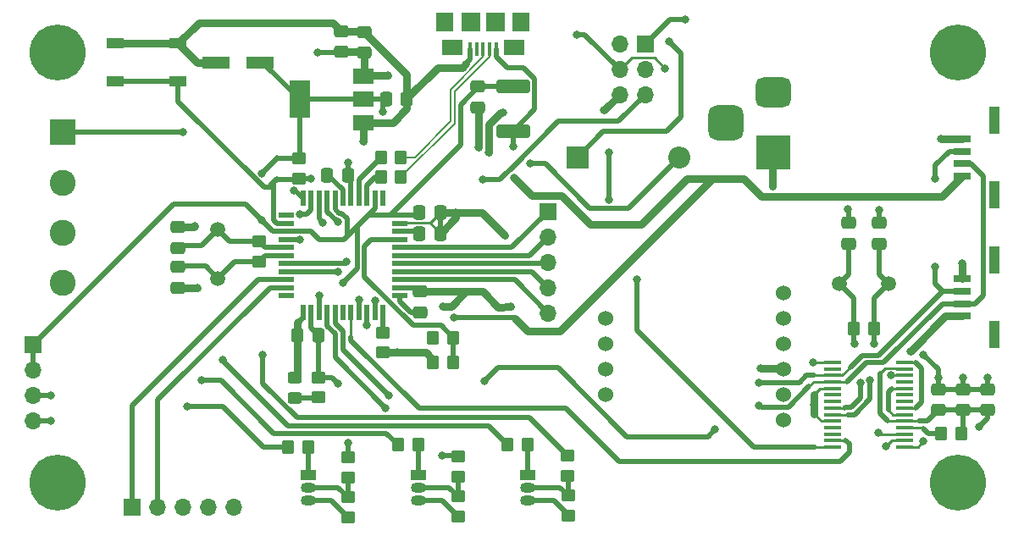
<source format=gbr>
%TF.GenerationSoftware,KiCad,Pcbnew,8.0.0*%
%TF.CreationDate,2024-03-12T01:14:05-04:00*%
%TF.ProjectId,ORA_ControlBoard-main_Rev2,4f52415f-436f-46e7-9472-6f6c426f6172,rev?*%
%TF.SameCoordinates,Original*%
%TF.FileFunction,Copper,L1,Top*%
%TF.FilePolarity,Positive*%
%FSLAX46Y46*%
G04 Gerber Fmt 4.6, Leading zero omitted, Abs format (unit mm)*
G04 Created by KiCad (PCBNEW 8.0.0) date 2024-03-12 01:14:05*
%MOMM*%
%LPD*%
G01*
G04 APERTURE LIST*
G04 Aperture macros list*
%AMRoundRect*
0 Rectangle with rounded corners*
0 $1 Rounding radius*
0 $2 $3 $4 $5 $6 $7 $8 $9 X,Y pos of 4 corners*
0 Add a 4 corners polygon primitive as box body*
4,1,4,$2,$3,$4,$5,$6,$7,$8,$9,$2,$3,0*
0 Add four circle primitives for the rounded corners*
1,1,$1+$1,$2,$3*
1,1,$1+$1,$4,$5*
1,1,$1+$1,$6,$7*
1,1,$1+$1,$8,$9*
0 Add four rect primitives between the rounded corners*
20,1,$1+$1,$2,$3,$4,$5,0*
20,1,$1+$1,$4,$5,$6,$7,0*
20,1,$1+$1,$6,$7,$8,$9,0*
20,1,$1+$1,$8,$9,$2,$3,0*%
G04 Aperture macros list end*
%TA.AperFunction,SMDPad,CuDef*%
%ADD10R,0.550000X1.500000*%
%TD*%
%TA.AperFunction,SMDPad,CuDef*%
%ADD11R,1.500000X0.550000*%
%TD*%
%TA.AperFunction,SMDPad,CuDef*%
%ADD12R,1.700000X1.000000*%
%TD*%
%TA.AperFunction,SMDPad,CuDef*%
%ADD13RoundRect,0.250000X-0.475000X0.337500X-0.475000X-0.337500X0.475000X-0.337500X0.475000X0.337500X0*%
%TD*%
%TA.AperFunction,ComponentPad*%
%ADD14R,1.500000X1.050000*%
%TD*%
%TA.AperFunction,ComponentPad*%
%ADD15O,1.500000X1.050000*%
%TD*%
%TA.AperFunction,SMDPad,CuDef*%
%ADD16R,1.750000X0.450000*%
%TD*%
%TA.AperFunction,ComponentPad*%
%ADD17C,5.600000*%
%TD*%
%TA.AperFunction,ComponentPad*%
%ADD18C,1.500000*%
%TD*%
%TA.AperFunction,SMDPad,CuDef*%
%ADD19RoundRect,0.250000X-0.450000X0.350000X-0.450000X-0.350000X0.450000X-0.350000X0.450000X0.350000X0*%
%TD*%
%TA.AperFunction,SMDPad,CuDef*%
%ADD20R,2.000000X1.500000*%
%TD*%
%TA.AperFunction,SMDPad,CuDef*%
%ADD21R,2.000000X3.800000*%
%TD*%
%TA.AperFunction,SMDPad,CuDef*%
%ADD22RoundRect,0.250000X0.475000X-0.337500X0.475000X0.337500X-0.475000X0.337500X-0.475000X-0.337500X0*%
%TD*%
%TA.AperFunction,SMDPad,CuDef*%
%ADD23RoundRect,0.250000X0.337500X0.475000X-0.337500X0.475000X-0.337500X-0.475000X0.337500X-0.475000X0*%
%TD*%
%TA.AperFunction,SMDPad,CuDef*%
%ADD24RoundRect,0.250000X-0.350000X-0.450000X0.350000X-0.450000X0.350000X0.450000X-0.350000X0.450000X0*%
%TD*%
%TA.AperFunction,SMDPad,CuDef*%
%ADD25R,0.400000X1.350000*%
%TD*%
%TA.AperFunction,SMDPad,CuDef*%
%ADD26R,2.100000X1.600000*%
%TD*%
%TA.AperFunction,SMDPad,CuDef*%
%ADD27R,1.800000X1.900000*%
%TD*%
%TA.AperFunction,SMDPad,CuDef*%
%ADD28R,1.900000X1.900000*%
%TD*%
%TA.AperFunction,SMDPad,CuDef*%
%ADD29R,1.701800X0.660400*%
%TD*%
%TA.AperFunction,SMDPad,CuDef*%
%ADD30R,1.092200X2.794000*%
%TD*%
%TA.AperFunction,ComponentPad*%
%ADD31C,1.524000*%
%TD*%
%TA.AperFunction,ComponentPad*%
%ADD32R,1.700000X1.700000*%
%TD*%
%TA.AperFunction,ComponentPad*%
%ADD33O,1.700000X1.700000*%
%TD*%
%TA.AperFunction,ComponentPad*%
%ADD34R,3.500000X3.500000*%
%TD*%
%TA.AperFunction,ComponentPad*%
%ADD35RoundRect,0.750000X-1.000000X0.750000X-1.000000X-0.750000X1.000000X-0.750000X1.000000X0.750000X0*%
%TD*%
%TA.AperFunction,ComponentPad*%
%ADD36RoundRect,0.875000X-0.875000X0.875000X-0.875000X-0.875000X0.875000X-0.875000X0.875000X0.875000X0*%
%TD*%
%TA.AperFunction,SMDPad,CuDef*%
%ADD37RoundRect,0.250000X0.350000X0.450000X-0.350000X0.450000X-0.350000X-0.450000X0.350000X-0.450000X0*%
%TD*%
%TA.AperFunction,SMDPad,CuDef*%
%ADD38RoundRect,0.112500X-0.187500X-0.112500X0.187500X-0.112500X0.187500X0.112500X-0.187500X0.112500X0*%
%TD*%
%TA.AperFunction,SMDPad,CuDef*%
%ADD39RoundRect,0.250000X-1.450000X0.400000X-1.450000X-0.400000X1.450000X-0.400000X1.450000X0.400000X0*%
%TD*%
%TA.AperFunction,SMDPad,CuDef*%
%ADD40RoundRect,0.250000X0.450000X-0.350000X0.450000X0.350000X-0.450000X0.350000X-0.450000X-0.350000X0*%
%TD*%
%TA.AperFunction,SMDPad,CuDef*%
%ADD41R,2.794000X1.219200*%
%TD*%
%TA.AperFunction,SMDPad,CuDef*%
%ADD42RoundRect,0.250000X-0.337500X-0.475000X0.337500X-0.475000X0.337500X0.475000X-0.337500X0.475000X0*%
%TD*%
%TA.AperFunction,SMDPad,CuDef*%
%ADD43RoundRect,0.250000X-0.450000X0.325000X-0.450000X-0.325000X0.450000X-0.325000X0.450000X0.325000X0*%
%TD*%
%TA.AperFunction,SMDPad,CuDef*%
%ADD44RoundRect,0.112500X-0.112500X0.187500X-0.112500X-0.187500X0.112500X-0.187500X0.112500X0.187500X0*%
%TD*%
%TA.AperFunction,ComponentPad*%
%ADD45R,2.200000X2.200000*%
%TD*%
%TA.AperFunction,ComponentPad*%
%ADD46O,2.200000X2.200000*%
%TD*%
%TA.AperFunction,ComponentPad*%
%ADD47R,2.600000X2.600000*%
%TD*%
%TA.AperFunction,ComponentPad*%
%ADD48C,2.600000*%
%TD*%
%TA.AperFunction,ViaPad*%
%ADD49C,0.800000*%
%TD*%
%TA.AperFunction,Conductor*%
%ADD50C,0.500000*%
%TD*%
%TA.AperFunction,Conductor*%
%ADD51C,0.250000*%
%TD*%
%TA.AperFunction,Conductor*%
%ADD52C,0.800000*%
%TD*%
%TA.AperFunction,Conductor*%
%ADD53C,0.200000*%
%TD*%
G04 APERTURE END LIST*
D10*
%TO.P,U1,1,PE6*%
%TO.N,unconnected-(U1-PE6-Pad1)*%
X127500000Y-69100000D03*
%TO.P,U1,2,UVCC*%
%TO.N,+5V*%
X126700000Y-69100000D03*
%TO.P,U1,3,D-*%
%TO.N,D-*%
X125900000Y-69100000D03*
%TO.P,U1,4,D+*%
%TO.N,D+*%
X125100000Y-69100000D03*
%TO.P,U1,5,UGND*%
%TO.N,GND*%
X124300000Y-69100000D03*
%TO.P,U1,6,UCAP*%
%TO.N,Net-(U1-UCAP)*%
X123500000Y-69100000D03*
%TO.P,U1,7,VBUS*%
%TO.N,+5V*%
X122700000Y-69100000D03*
%TO.P,U1,8,PB0*%
%TO.N,CAN_CS*%
X121900000Y-69100000D03*
%TO.P,U1,9,PB1*%
%TO.N,CAN_SCK*%
X121100000Y-69100000D03*
%TO.P,U1,10,PB2*%
%TO.N,CAN_SI*%
X120300000Y-69100000D03*
%TO.P,U1,11,PB3*%
%TO.N,CAN_SO*%
X119500000Y-69100000D03*
D11*
%TO.P,U1,12,PB7*%
%TO.N,unconnected-(U1-PB7-Pad12)*%
X117800000Y-70800000D03*
%TO.P,U1,13,~{RESET}*%
%TO.N,RST*%
X117800000Y-71600000D03*
%TO.P,U1,14,VCC*%
%TO.N,+5V*%
X117800000Y-72400000D03*
%TO.P,U1,15,GND*%
%TO.N,GND*%
X117800000Y-73200000D03*
%TO.P,U1,16,XTAL2*%
%TO.N,XTAL2*%
X117800000Y-74000000D03*
%TO.P,U1,17,XTAL1*%
%TO.N,XTAL1*%
X117800000Y-74800000D03*
%TO.P,U1,18,PD0*%
%TO.N,IMU_SCL*%
X117800000Y-75600000D03*
%TO.P,U1,19,PD1*%
%TO.N,IMU_SDA*%
X117800000Y-76400000D03*
%TO.P,U1,20,PD2*%
%TO.N,D0*%
X117800000Y-77200000D03*
%TO.P,U1,21,PD3*%
%TO.N,D1*%
X117800000Y-78000000D03*
%TO.P,U1,22,PD5*%
%TO.N,unconnected-(U1-PD5-Pad22)*%
X117800000Y-78800000D03*
D10*
%TO.P,U1,23,GND*%
%TO.N,GND*%
X119500000Y-80500000D03*
%TO.P,U1,24,AVCC*%
%TO.N,+5V*%
X120300000Y-80500000D03*
%TO.P,U1,25,PD4*%
%TO.N,LEDPWR_R*%
X121100000Y-80500000D03*
%TO.P,U1,26,PD6*%
%TO.N,LEDPWR_G*%
X121900000Y-80500000D03*
%TO.P,U1,27,PD7*%
%TO.N,LEDPWR_B*%
X122700000Y-80500000D03*
%TO.P,U1,28,PB4*%
%TO.N,unconnected-(U1-PB4-Pad28)*%
X123500000Y-80500000D03*
%TO.P,U1,29,PB5*%
%TO.N,CAN_INT*%
X124300000Y-80500000D03*
%TO.P,U1,30,PB6*%
%TO.N,D10*%
X125100000Y-80500000D03*
%TO.P,U1,31,PC6*%
%TO.N,D5*%
X125900000Y-80500000D03*
%TO.P,U1,32,PC7*%
%TO.N,D13*%
X126700000Y-80500000D03*
%TO.P,U1,33,~{HWB}/PE2*%
%TO.N,Net-(U1-~{HWB}{slash}PE2)*%
X127500000Y-80500000D03*
D11*
%TO.P,U1,34,VCC*%
%TO.N,+5V*%
X129200000Y-78800000D03*
%TO.P,U1,35,GND*%
%TO.N,GND*%
X129200000Y-78000000D03*
%TO.P,U1,36,PF7*%
%TO.N,A0*%
X129200000Y-77200000D03*
%TO.P,U1,37,PF6*%
%TO.N,A1*%
X129200000Y-76400000D03*
%TO.P,U1,38,PF5*%
%TO.N,A2*%
X129200000Y-75600000D03*
%TO.P,U1,39,PF4*%
%TO.N,A3*%
X129200000Y-74800000D03*
%TO.P,U1,40,PF1*%
%TO.N,A4*%
X129200000Y-74000000D03*
%TO.P,U1,41,PF0*%
%TO.N,Norm_Voltage*%
X129200000Y-73200000D03*
%TO.P,U1,42,AREF*%
%TO.N,Net-(U1-AREF)*%
X129200000Y-72400000D03*
%TO.P,U1,43,GND*%
%TO.N,GND*%
X129200000Y-71600000D03*
%TO.P,U1,44,AVCC*%
%TO.N,+5V*%
X129200000Y-70800000D03*
%TD*%
D12*
%TO.P,SW1,1,1*%
%TO.N,GND*%
X100700000Y-53600000D03*
X107000000Y-53600000D03*
%TO.P,SW1,2,2*%
%TO.N,RST*%
X100700000Y-57400000D03*
X107000000Y-57400000D03*
%TD*%
D13*
%TO.P,C7,1*%
%TO.N,+5V*%
X137000000Y-57925000D03*
%TO.P,C7,2*%
%TO.N,GND*%
X137000000Y-60000000D03*
%TD*%
D14*
%TO.P,Q3,1,D*%
%TO.N,Net-(Q3-D)*%
X131000000Y-96730000D03*
D15*
%TO.P,Q3,2,G*%
%TO.N,Net-(Q3-G)*%
X131000000Y-98000000D03*
%TO.P,Q3,3,S*%
%TO.N,GND*%
X131000000Y-99270000D03*
%TD*%
D13*
%TO.P,C10,1*%
%TO.N,XTAL1*%
X107000000Y-75925000D03*
%TO.P,C10,2*%
%TO.N,GND*%
X107000000Y-78000000D03*
%TD*%
D16*
%TO.P,U2,1,VIO*%
%TO.N,+5V*%
X172400000Y-85500000D03*
%TO.P,U2,2,NC*%
%TO.N,unconnected-(U2-NC-Pad2)*%
X172400000Y-86150000D03*
%TO.P,U2,3,CANL*%
%TO.N,CAN_L*%
X172400000Y-86800000D03*
%TO.P,U2,4,CANH*%
%TO.N,CAN_H*%
X172400000Y-87450000D03*
%TO.P,U2,5,STBY*%
%TO.N,GND*%
X172400000Y-88100000D03*
%TO.P,U2,6,~{Tx1RTS}*%
%TO.N,unconnected-(U2-~{Tx1RTS}-Pad6)*%
X172400000Y-88750000D03*
%TO.P,U2,7,~{Tx2RTS}*%
%TO.N,unconnected-(U2-~{Tx2RTS}-Pad7)*%
X172400000Y-89400000D03*
%TO.P,U2,8,OSC2*%
%TO.N,Net-(U2-OSC2)*%
X172400000Y-90050000D03*
%TO.P,U2,9,OSC1*%
%TO.N,Net-(U2-OSC1)*%
X172400000Y-90700000D03*
%TO.P,U2,10,GND*%
%TO.N,GND*%
X172400000Y-91350000D03*
%TO.P,U2,11,~{Rx1BF}*%
%TO.N,unconnected-(U2-~{Rx1BF}-Pad11)*%
X172400000Y-92000000D03*
%TO.P,U2,12,~{Rx0BF}*%
%TO.N,unconnected-(U2-~{Rx0BF}-Pad12)*%
X172400000Y-92650000D03*
%TO.P,U2,13,~{INT}*%
%TO.N,CAN_INT*%
X172400000Y-93300000D03*
%TO.P,U2,14,SCK*%
%TO.N,CAN_SCK*%
X172400000Y-93950000D03*
%TO.P,U2,15,SI*%
%TO.N,CAN_SI*%
X179600000Y-93950000D03*
%TO.P,U2,16,SO*%
%TO.N,CAN_SO*%
X179600000Y-93300000D03*
%TO.P,U2,17,~{CS}*%
%TO.N,CAN_CS*%
X179600000Y-92650000D03*
%TO.P,U2,18,~{RESET}*%
%TO.N,Net-(U2-~{RESET})*%
X179600000Y-92000000D03*
%TO.P,U2,19,VDD*%
%TO.N,+5V*%
X179600000Y-91350000D03*
%TO.P,U2,20,TxCAN*%
%TO.N,Net-(U2-TXD)*%
X179600000Y-90700000D03*
%TO.P,U2,21,RxCAN*%
%TO.N,Net-(U2-RXD)*%
X179600000Y-90050000D03*
%TO.P,U2,22,CLKOUT*%
%TO.N,unconnected-(U2-CLKOUT-Pad22)*%
X179600000Y-89400000D03*
%TO.P,U2,23,~{Tx0RTS}*%
%TO.N,unconnected-(U2-~{Tx0RTS}-Pad23)*%
X179600000Y-88750000D03*
%TO.P,U2,24,TXD*%
%TO.N,Net-(U2-TXD)*%
X179600000Y-88100000D03*
%TO.P,U2,25,NC*%
%TO.N,unconnected-(U2-NC-Pad25)*%
X179600000Y-87450000D03*
%TO.P,U2,26,VSS*%
%TO.N,GND*%
X179600000Y-86800000D03*
%TO.P,U2,27,VDDA*%
%TO.N,+5V*%
X179600000Y-86150000D03*
%TO.P,U2,28,RXD*%
%TO.N,Net-(U2-RXD)*%
X179600000Y-85500000D03*
%TD*%
D17*
%TO.P,H1,1,1*%
%TO.N,GND*%
X185000000Y-97500000D03*
%TD*%
D18*
%TO.P,Y1,1,1*%
%TO.N,Net-(U2-OSC2)*%
X173120000Y-77600000D03*
%TO.P,Y1,2,2*%
%TO.N,Net-(U2-OSC1)*%
X178000000Y-77600000D03*
%TD*%
D13*
%TO.P,C1,1*%
%TO.N,GND*%
X177070000Y-71562500D03*
%TO.P,C1,2*%
%TO.N,Net-(U2-OSC1)*%
X177070000Y-73637500D03*
%TD*%
%TO.P,C9,1*%
%TO.N,GND*%
X107000000Y-71962500D03*
%TO.P,C9,2*%
%TO.N,XTAL2*%
X107000000Y-74037500D03*
%TD*%
D19*
%TO.P,R16,1*%
%TO.N,LEDPWR_R*%
X145952500Y-94800000D03*
%TO.P,R16,2*%
%TO.N,Net-(Q1-G)*%
X145952500Y-96800000D03*
%TD*%
%TO.P,R11,1*%
%TO.N,XTAL2*%
X115125000Y-73400000D03*
%TO.P,R11,2*%
%TO.N,XTAL1*%
X115125000Y-75400000D03*
%TD*%
D17*
%TO.P,H3,1,1*%
%TO.N,GND*%
X95000000Y-54500000D03*
%TD*%
D14*
%TO.P,Q5,1,D*%
%TO.N,Net-(Q5-D)*%
X120000000Y-96730000D03*
D15*
%TO.P,Q5,2,G*%
%TO.N,Net-(Q5-G)*%
X120000000Y-98000000D03*
%TO.P,Q5,3,S*%
%TO.N,GND*%
X120000000Y-99270000D03*
%TD*%
D17*
%TO.P,H2,1,1*%
%TO.N,GND*%
X95000000Y-97500000D03*
%TD*%
D20*
%TO.P,U5,1,GND*%
%TO.N,GND*%
X125500000Y-61500000D03*
%TO.P,U5,2,VO*%
%TO.N,+5V*%
X125500000Y-59200000D03*
D21*
X119200000Y-59200000D03*
D20*
%TO.P,U5,3,VI*%
%TO.N,PWRIN*%
X125500000Y-56900000D03*
%TD*%
D22*
%TO.P,C8,1*%
%TO.N,+5V*%
X187900000Y-90237500D03*
%TO.P,C8,2*%
%TO.N,GND*%
X187900000Y-88162500D03*
%TD*%
D19*
%TO.P,R9,1*%
%TO.N,+5V*%
X121025000Y-87000000D03*
%TO.P,R9,2*%
%TO.N,Net-(D2-A)*%
X121025000Y-89000000D03*
%TD*%
D23*
%TO.P,C4,1*%
%TO.N,GND*%
X124000000Y-66750000D03*
%TO.P,C4,2*%
%TO.N,Net-(U1-UCAP)*%
X121925000Y-66750000D03*
%TD*%
D24*
%TO.P,R8,1*%
%TO.N,PWRIN*%
X132500000Y-83000000D03*
%TO.P,R8,2*%
%TO.N,Norm_Voltage*%
X134500000Y-83000000D03*
%TD*%
D19*
%TO.P,R18,1*%
%TO.N,Net-(Q3-G)*%
X135000000Y-98900000D03*
%TO.P,R18,2*%
%TO.N,GND*%
X135000000Y-100900000D03*
%TD*%
D18*
%TO.P,Y2,1,1*%
%TO.N,XTAL1*%
X111000000Y-77100000D03*
%TO.P,Y2,2,2*%
%TO.N,XTAL2*%
X111000000Y-72220000D03*
%TD*%
D25*
%TO.P,J3,1,VBUS*%
%TO.N,Net-(D3-A)*%
X138800000Y-54125000D03*
%TO.P,J3,2,D-*%
%TO.N,(USB) D-*%
X138150000Y-54125000D03*
%TO.P,J3,3,D+*%
%TO.N,(USB) D+*%
X137500000Y-54125000D03*
%TO.P,J3,4,ID*%
%TO.N,unconnected-(J3-ID-Pad4)*%
X136850000Y-54125000D03*
%TO.P,J3,5,GND*%
%TO.N,GND*%
X136200000Y-54125000D03*
D26*
%TO.P,J3,S1*%
%TO.N,N/C*%
X140600000Y-54000000D03*
%TO.P,J3,S2*%
X134400000Y-54000000D03*
D27*
%TO.P,J3,S3*%
X141300000Y-51450000D03*
D28*
%TO.P,J3,S4*%
X138700000Y-51450000D03*
%TO.P,J3,S5*%
X136300000Y-51450000D03*
D27*
%TO.P,J3,S6*%
X133700000Y-51450000D03*
%TD*%
D24*
%TO.P,R1,1*%
%TO.N,Net-(U2-OSC2)*%
X174570000Y-82100000D03*
%TO.P,R1,2*%
%TO.N,Net-(U2-OSC1)*%
X176570000Y-82100000D03*
%TD*%
%TO.P,R22,1*%
%TO.N,LED_B*%
X118000000Y-93970000D03*
%TO.P,R22,2*%
%TO.N,Net-(Q5-D)*%
X120000000Y-93970000D03*
%TD*%
D22*
%TO.P,C2,1*%
%TO.N,Net-(U2-OSC2)*%
X174070000Y-73637500D03*
%TO.P,C2,2*%
%TO.N,GND*%
X174070000Y-71562500D03*
%TD*%
D29*
%TO.P,J5,1,1*%
%TO.N,PWRIN*%
X185424300Y-80875000D03*
%TO.P,J5,2,2*%
%TO.N,CAN_H*%
X185424300Y-79625000D03*
%TO.P,J5,3,3*%
%TO.N,CAN_L*%
X185424300Y-78375000D03*
%TO.P,J5,4,4*%
%TO.N,GND*%
X185424300Y-77125000D03*
D30*
%TO.P,J5,5*%
%TO.N,N/C*%
X188624301Y-82724999D03*
%TO.P,J5,6*%
X188624301Y-75275001D03*
%TD*%
D31*
%TO.P,U6,1,PS0*%
%TO.N,unconnected-(U6-PS0-Pad1)*%
X149710000Y-88740000D03*
%TO.P,U6,2,PS1*%
%TO.N,unconnected-(U6-PS1-Pad2)*%
X149710000Y-86200000D03*
%TO.P,U6,3,INT*%
%TO.N,unconnected-(U6-INT-Pad3)*%
X149710000Y-83660000D03*
%TO.P,U6,4,ADR*%
%TO.N,unconnected-(U6-ADR-Pad4)*%
X149710000Y-81120000D03*
%TO.P,U6,5,RST*%
%TO.N,unconnected-(U6-RST-Pad5)*%
X167490000Y-78580000D03*
%TO.P,U6,6,SCL*%
%TO.N,IMU_SCL*%
X167490000Y-81120000D03*
%TO.P,U6,7,SDA*%
%TO.N,IMU_SDA*%
X167490000Y-83660000D03*
%TO.P,U6,8,GND*%
%TO.N,GND*%
X167490000Y-86200000D03*
%TO.P,U6,9,3Vo*%
%TO.N,unconnected-(U6-3Vo-Pad9)*%
X167490000Y-88740000D03*
%TO.P,U6,10,Vin*%
%TO.N,+5V*%
X167490000Y-91280000D03*
%TD*%
D32*
%TO.P,J2,1,Pin_1*%
%TO.N,+5V*%
X92500000Y-83700000D03*
D33*
%TO.P,J2,2,Pin_2*%
X92500000Y-86240000D03*
%TO.P,J2,3,Pin_3*%
%TO.N,GND*%
X92500000Y-88780000D03*
%TO.P,J2,4,Pin_4*%
X92500000Y-91320000D03*
%TD*%
D34*
%TO.P,J4,1*%
%TO.N,Net-(D4-A)*%
X166500000Y-64500000D03*
D35*
%TO.P,J4,2*%
%TO.N,GND*%
X166500000Y-58500000D03*
D36*
%TO.P,J4,3,MountPin*%
%TO.N,unconnected-(J4-MountPin-Pad3)*%
X161800000Y-61500000D03*
%TD*%
D13*
%TO.P,C14,1*%
%TO.N,GND*%
X125600000Y-52450000D03*
%TO.P,C14,2*%
%TO.N,PWRIN*%
X125600000Y-54525000D03*
%TD*%
D19*
%TO.P,R15,1*%
%TO.N,Net-(Q1-G)*%
X146007500Y-98800000D03*
%TO.P,R15,2*%
%TO.N,GND*%
X146007500Y-100800000D03*
%TD*%
%TO.P,R17,1*%
%TO.N,LEDPWR_G*%
X135000000Y-94900000D03*
%TO.P,R17,2*%
%TO.N,Net-(Q3-G)*%
X135000000Y-96900000D03*
%TD*%
D14*
%TO.P,Q1,1,D*%
%TO.N,Net-(Q1-D)*%
X141952500Y-96710000D03*
D15*
%TO.P,Q1,2,G*%
%TO.N,Net-(Q1-G)*%
X141952500Y-97980000D03*
%TO.P,Q1,3,S*%
%TO.N,GND*%
X141952500Y-99250000D03*
%TD*%
D37*
%TO.P,R5,1*%
%TO.N,(USB) D+*%
X129300000Y-64975000D03*
%TO.P,R5,2*%
%TO.N,D+*%
X127300000Y-64975000D03*
%TD*%
D24*
%TO.P,R19,1*%
%TO.N,LED_G*%
X129000000Y-93720000D03*
%TO.P,R19,2*%
%TO.N,Net-(Q3-D)*%
X131000000Y-93720000D03*
%TD*%
D38*
%TO.P,D4,1,K*%
%TO.N,PWRIN*%
X164350000Y-67900000D03*
%TO.P,D4,2,A*%
%TO.N,Net-(D4-A)*%
X166450000Y-67900000D03*
%TD*%
D39*
%TO.P,F1,1*%
%TO.N,+5V*%
X140500000Y-57900000D03*
%TO.P,F1,2*%
%TO.N,Net-(D3-A)*%
X140500000Y-62350000D03*
%TD*%
D17*
%TO.P,H4,1,1*%
%TO.N,GND*%
X185000000Y-54500000D03*
%TD*%
D24*
%TO.P,R14,1*%
%TO.N,LED_R*%
X139952500Y-93710000D03*
%TO.P,R14,2*%
%TO.N,Net-(Q1-D)*%
X141952500Y-93710000D03*
%TD*%
D40*
%TO.P,R3,1*%
%TO.N,RST*%
X119100000Y-67100000D03*
%TO.P,R3,2*%
%TO.N,+5V*%
X119100000Y-65100000D03*
%TD*%
D19*
%TO.P,R21,1*%
%TO.N,Net-(Q5-G)*%
X124000000Y-98970000D03*
%TO.P,R21,2*%
%TO.N,GND*%
X124000000Y-100970000D03*
%TD*%
D23*
%TO.P,C5,1*%
%TO.N,+5V*%
X121025000Y-82750000D03*
%TO.P,C5,2*%
%TO.N,GND*%
X118950000Y-82750000D03*
%TD*%
D13*
%TO.P,C11,1*%
%TO.N,GND*%
X123350000Y-52375000D03*
%TO.P,C11,2*%
%TO.N,PWRIN*%
X123350000Y-54450000D03*
%TD*%
D41*
%TO.P,C13,1*%
%TO.N,+5V*%
X115209800Y-55500000D03*
%TO.P,C13,2*%
%TO.N,GND*%
X110790200Y-55500000D03*
%TD*%
D42*
%TO.P,C15,1*%
%TO.N,+5V*%
X131162500Y-70500000D03*
%TO.P,C15,2*%
%TO.N,GND*%
X133237500Y-70500000D03*
%TD*%
D22*
%TO.P,C17,1*%
%TO.N,+5V*%
X185500000Y-90237500D03*
%TO.P,C17,2*%
%TO.N,GND*%
X185500000Y-88162500D03*
%TD*%
%TO.P,C6,1*%
%TO.N,+5V*%
X131200000Y-80475000D03*
%TO.P,C6,2*%
%TO.N,GND*%
X131200000Y-78400000D03*
%TD*%
D43*
%TO.P,D2,1,K*%
%TO.N,GND*%
X118700000Y-86975000D03*
%TO.P,D2,2,A*%
%TO.N,Net-(D2-A)*%
X118700000Y-89025000D03*
%TD*%
D23*
%TO.P,C12,1*%
%TO.N,GND*%
X129887500Y-59200000D03*
%TO.P,C12,2*%
%TO.N,+5V*%
X127812500Y-59200000D03*
%TD*%
%TO.P,C3,1*%
%TO.N,GND*%
X133237500Y-72600000D03*
%TO.P,C3,2*%
%TO.N,Net-(U1-AREF)*%
X131162500Y-72600000D03*
%TD*%
D32*
%TO.P,J8,1,Pin_1*%
%TO.N,A4*%
X144000000Y-70380000D03*
D33*
%TO.P,J8,2,Pin_2*%
%TO.N,A3*%
X144000000Y-72920000D03*
%TO.P,J8,3,Pin_3*%
%TO.N,A2*%
X144000000Y-75460000D03*
%TO.P,J8,4,Pin_4*%
%TO.N,A1*%
X144000000Y-78000000D03*
%TO.P,J8,5,Pin_5*%
%TO.N,A0*%
X144000000Y-80540000D03*
%TD*%
D37*
%TO.P,R2,1*%
%TO.N,+5V*%
X185300000Y-92600000D03*
%TO.P,R2,2*%
%TO.N,Net-(U2-~{RESET})*%
X183300000Y-92600000D03*
%TD*%
D29*
%TO.P,J1,1,1*%
%TO.N,PWRIN*%
X185399999Y-66875000D03*
%TO.P,J1,2,2*%
%TO.N,CAN_H*%
X185399999Y-65625000D03*
%TO.P,J1,3,3*%
%TO.N,CAN_L*%
X185399999Y-64375000D03*
%TO.P,J1,4,4*%
%TO.N,GND*%
X185399999Y-63125000D03*
D30*
%TO.P,J1,5*%
%TO.N,N/C*%
X188600000Y-68724999D03*
%TO.P,J1,6*%
X188600000Y-61275001D03*
%TD*%
D19*
%TO.P,R20,1*%
%TO.N,LEDPWR_B*%
X124000000Y-94970000D03*
%TO.P,R20,2*%
%TO.N,Net-(Q5-G)*%
X124000000Y-96970000D03*
%TD*%
D22*
%TO.P,C16,1*%
%TO.N,+5V*%
X183000000Y-90237500D03*
%TO.P,C16,2*%
%TO.N,GND*%
X183000000Y-88162500D03*
%TD*%
D44*
%TO.P,D1,1,K*%
%TO.N,+5V*%
X116900000Y-65075000D03*
%TO.P,D1,2,A*%
%TO.N,RST*%
X116900000Y-67175000D03*
%TD*%
D24*
%TO.P,R6,1*%
%TO.N,D-*%
X127300000Y-66975000D03*
%TO.P,R6,2*%
%TO.N,(USB) D-*%
X129300000Y-66975000D03*
%TD*%
D45*
%TO.P,D3,1,K*%
%TO.N,+5V*%
X146920000Y-65000000D03*
D46*
%TO.P,D3,2,A*%
%TO.N,Net-(D3-A)*%
X157080000Y-65000000D03*
%TD*%
D47*
%TO.P,J9,1,Pin_1*%
%TO.N,PWRIN*%
X95500000Y-62500000D03*
D48*
%TO.P,J9,2,Pin_2*%
%TO.N,LED_R*%
X95500000Y-67500000D03*
%TO.P,J9,3,Pin_3*%
%TO.N,LED_G*%
X95500000Y-72500000D03*
%TO.P,J9,4,Pin_4*%
%TO.N,LED_B*%
X95500000Y-77500000D03*
%TD*%
D19*
%TO.P,R4,1*%
%TO.N,Net-(U1-~{HWB}{slash}PE2)*%
X127500000Y-82500000D03*
%TO.P,R4,2*%
%TO.N,GND*%
X127500000Y-84500000D03*
%TD*%
D24*
%TO.P,R10,1*%
%TO.N,GND*%
X132500000Y-85500000D03*
%TO.P,R10,2*%
%TO.N,Norm_Voltage*%
X134500000Y-85500000D03*
%TD*%
D32*
%TO.P,J7,1,Pin_1*%
%TO.N,D0*%
X102460000Y-100000000D03*
D33*
%TO.P,J7,2,Pin_2*%
%TO.N,D1*%
X105000000Y-100000000D03*
%TO.P,J7,3,Pin_3*%
%TO.N,D10*%
X107540000Y-100000000D03*
%TO.P,J7,4,Pin_4*%
%TO.N,D5*%
X110080000Y-100000000D03*
%TO.P,J7,5,Pin_5*%
%TO.N,D13*%
X112620000Y-100000000D03*
%TD*%
D32*
%TO.P,J6,1,Pin_1*%
%TO.N,CAN_SO*%
X153700000Y-53660000D03*
D33*
%TO.P,J6,2,Pin_2*%
%TO.N,+5V*%
X151160000Y-53660000D03*
%TO.P,J6,3,Pin_3*%
%TO.N,CAN_SCK*%
X153700000Y-56200000D03*
%TO.P,J6,4,Pin_4*%
%TO.N,CAN_SI*%
X151160000Y-56200000D03*
%TO.P,J6,5,Pin_5*%
%TO.N,RST*%
X153700000Y-58740000D03*
%TO.P,J6,6,Pin_6*%
%TO.N,GND*%
X151160000Y-58740000D03*
%TD*%
D49*
%TO.N,RST*%
X137500000Y-67200000D03*
X120300000Y-67100000D03*
%TO.N,IMU_SCL*%
X123800000Y-75449997D03*
%TO.N,IMU_SDA*%
X123000000Y-76449500D03*
%TO.N,Net-(D3-A)*%
X142200000Y-65600000D03*
X140500000Y-63900000D03*
%TO.N,LED_R*%
X111500000Y-85200000D03*
%TO.N,CAN_L*%
X165100000Y-87500000D03*
X182700000Y-67100000D03*
X182700000Y-75900000D03*
%TO.N,CAN_H*%
X165100000Y-89800000D03*
%TO.N,Net-(U2-OSC2)*%
X175240632Y-87532167D03*
X174600000Y-83600000D03*
%TO.N,Net-(U2-OSC1)*%
X176600000Y-83600000D03*
X176200000Y-87250000D03*
%TO.N,CAN_SCK*%
X150100000Y-69200000D03*
X121500000Y-71500000D03*
X150100000Y-64500000D03*
X152900000Y-77200000D03*
%TO.N,CAN_SI*%
X155700000Y-56100000D03*
X119150002Y-70650000D03*
X181500000Y-93400000D03*
X146900000Y-52700000D03*
%TO.N,CAN_SO*%
X177800000Y-93900000D03*
X157700000Y-51200000D03*
X118587388Y-68298797D03*
%TO.N,CAN_CS*%
X177000000Y-92500000D03*
X123000000Y-71400000D03*
%TO.N,+5V*%
X115400000Y-71300000D03*
X187100000Y-91900000D03*
X127450000Y-60450000D03*
X123500000Y-77500000D03*
X160700000Y-92200000D03*
X170500000Y-85500000D03*
X156100000Y-53400000D03*
X137650000Y-87350000D03*
X131200000Y-80500000D03*
X123000000Y-87600000D03*
X115400000Y-66600000D03*
X121000000Y-82700000D03*
%TO.N,GND*%
X183300000Y-63100000D03*
X185400000Y-75600000D03*
X174000000Y-70200000D03*
X132500000Y-85200000D03*
X178249423Y-86800000D03*
X137050000Y-64000000D03*
X170600000Y-89700000D03*
X108700000Y-71900000D03*
X183000000Y-87000000D03*
X129887500Y-59200000D03*
X94300000Y-88780000D03*
X187900000Y-87000000D03*
X108900000Y-78000000D03*
X119000000Y-81500000D03*
X134800000Y-70500000D03*
X125500000Y-63400000D03*
X165200000Y-86100000D03*
X119200000Y-73200000D03*
X139700000Y-72800000D03*
X149600000Y-60300000D03*
X94300000Y-91300000D03*
X128900000Y-84500000D03*
X181500000Y-84700000D03*
X177070000Y-70230000D03*
X124000000Y-65500000D03*
X133500000Y-79900000D03*
X185500000Y-87000000D03*
X140300000Y-79900000D03*
%TO.N,PWRIN*%
X140600000Y-67000000D03*
X165400000Y-68900000D03*
X121000000Y-54500000D03*
X139500000Y-60500000D03*
X107500000Y-62500000D03*
X138100000Y-64500000D03*
X132500000Y-82750500D03*
X134599284Y-80975000D03*
X128000000Y-56800000D03*
X180200000Y-84400000D03*
%TO.N,LED_G*%
X109400000Y-87300000D03*
%TO.N,LEDPWR_R*%
X115500000Y-84700000D03*
X121100000Y-78800000D03*
%TO.N,LED_B*%
X107900000Y-89900000D03*
%TO.N,LEDPWR_G*%
X127750000Y-90050000D03*
X133400000Y-94800000D03*
%TO.N,D10*%
X125100000Y-79200000D03*
%TO.N,D5*%
X125900000Y-81750500D03*
%TO.N,D13*%
X126700000Y-79300000D03*
%TO.N,LEDPWR_B*%
X128100000Y-88800000D03*
X124000000Y-93500000D03*
%TD*%
D50*
%TO.N,Net-(U1-UCAP)*%
X123500000Y-69100000D02*
X123500000Y-68238604D01*
X122011396Y-66750000D02*
X121925000Y-66750000D01*
X123500000Y-68238604D02*
X122011396Y-66750000D01*
%TO.N,Net-(D2-A)*%
X121000000Y-89025000D02*
X121025000Y-89000000D01*
X118700000Y-89025000D02*
X121000000Y-89025000D01*
%TO.N,RST*%
X116600000Y-68000000D02*
X116600000Y-71261396D01*
X119025000Y-67175000D02*
X119100000Y-67100000D01*
X116938604Y-71600000D02*
X117800000Y-71600000D01*
X151040000Y-61400000D02*
X153700000Y-58740000D01*
X107000000Y-57400000D02*
X107000000Y-59402082D01*
X140247919Y-66149999D02*
X140250001Y-66149999D01*
X139749999Y-66647919D02*
X140247919Y-66149999D01*
X116250000Y-67800000D02*
X116900000Y-67150000D01*
X116900000Y-67175000D02*
X119025000Y-67175000D01*
X139200000Y-67200000D02*
X139749999Y-66650001D01*
X115597918Y-68000000D02*
X116600000Y-68000000D01*
X107000000Y-59402082D02*
X115597918Y-68000000D01*
X116900000Y-67150000D02*
X116600000Y-67450000D01*
X140250001Y-66149999D02*
X145000000Y-61400000D01*
X119100000Y-67100000D02*
X120300000Y-67100000D01*
X139749999Y-66650001D02*
X139749999Y-66647919D01*
X116600000Y-67450000D02*
X116600000Y-68000000D01*
X145000000Y-61400000D02*
X151040000Y-61400000D01*
X100700000Y-57400000D02*
X107000000Y-57400000D01*
X116600000Y-71261396D02*
X116938604Y-71600000D01*
X137500000Y-67200000D02*
X139200000Y-67200000D01*
%TO.N,Net-(Q1-D)*%
X141952500Y-93710000D02*
X141952500Y-96710000D01*
%TO.N,IMU_SCL*%
X123800000Y-75449997D02*
X123649997Y-75600000D01*
X123649997Y-75600000D02*
X117800000Y-75600000D01*
%TO.N,IMU_SDA*%
X122950500Y-76400000D02*
X117800000Y-76400000D01*
X123000000Y-76449500D02*
X122950500Y-76400000D01*
%TO.N,XTAL1*%
X112700000Y-75400000D02*
X111000000Y-77100000D01*
X115125000Y-75400000D02*
X112700000Y-75400000D01*
X115725000Y-74800000D02*
X117800000Y-74800000D01*
X115125000Y-75400000D02*
X115725000Y-74800000D01*
X109775000Y-75875000D02*
X111000000Y-77100000D01*
X107275000Y-75875000D02*
X109775000Y-75875000D01*
%TO.N,Net-(U1-~{HWB}{slash}PE2)*%
X127500000Y-82500000D02*
X127500000Y-80500000D01*
%TO.N,Net-(U1-AREF)*%
X131062500Y-72400000D02*
X129200000Y-72400000D01*
X131162500Y-72500000D02*
X131062500Y-72400000D01*
%TO.N,Net-(D3-A)*%
X142650000Y-57150000D02*
X141550000Y-56050000D01*
X152030000Y-70050000D02*
X148161041Y-70050000D01*
X140500000Y-62350000D02*
X142650000Y-60200000D01*
X148161041Y-70050000D02*
X143711041Y-65600000D01*
X140500000Y-63900000D02*
X140500000Y-62350000D01*
X138800000Y-54950000D02*
X138800000Y-54125000D01*
X141550000Y-56050000D02*
X139900000Y-56050000D01*
X142200000Y-65600000D02*
X142300000Y-65600000D01*
X157080000Y-65000000D02*
X152030000Y-70050000D01*
X139900000Y-56050000D02*
X138800000Y-54950000D01*
X142650000Y-60200000D02*
X142650000Y-57150000D01*
X143711041Y-65600000D02*
X142200000Y-65600000D01*
%TO.N,Net-(Q1-G)*%
X145187500Y-97980000D02*
X146007500Y-98800000D01*
X141952500Y-97980000D02*
X145187500Y-97980000D01*
X146007500Y-98800000D02*
X146007500Y-96855000D01*
X146007500Y-96855000D02*
X145952500Y-96800000D01*
%TO.N,LED_R*%
X138042500Y-91800000D02*
X139952500Y-93710000D01*
X111500000Y-85200000D02*
X111500000Y-85300000D01*
X118000000Y-91800000D02*
X138042500Y-91800000D01*
X111500000Y-85300000D02*
X118000000Y-91800000D01*
%TO.N,Net-(Q3-D)*%
X131000000Y-93720000D02*
X131000000Y-96730000D01*
%TO.N,CAN_L*%
X183425000Y-78375000D02*
X185424300Y-78375000D01*
X182700000Y-75900000D02*
X182700000Y-77650000D01*
X182700000Y-77650000D02*
X183425000Y-78375000D01*
X169100000Y-87500000D02*
X169800000Y-86800000D01*
X184125000Y-64375000D02*
X185399999Y-64375000D01*
X177000000Y-84800000D02*
X183425000Y-78375000D01*
X175400000Y-84800000D02*
X177000000Y-84800000D01*
D51*
X172400000Y-86800000D02*
X173400000Y-86800000D01*
X172400000Y-86800000D02*
X170600000Y-86800000D01*
X173400000Y-86800000D02*
X174200000Y-86000000D01*
D50*
X165100000Y-87500000D02*
X169100000Y-87500000D01*
X174200000Y-86000000D02*
X175400000Y-84800000D01*
X182700000Y-67100000D02*
X182700000Y-65800000D01*
X169800000Y-86800000D02*
X170600000Y-86800000D01*
X182700000Y-65800000D02*
X184125000Y-64375000D01*
%TO.N,CAN_H*%
X186675000Y-79625000D02*
X185424300Y-79625000D01*
X177550000Y-85500000D02*
X183425000Y-79625000D01*
X185399999Y-65625000D02*
X186231099Y-65625000D01*
X165300000Y-90000000D02*
X165100000Y-89800000D01*
X187500000Y-78800000D02*
X186675000Y-79625000D01*
D51*
X170100000Y-87900000D02*
X170550000Y-87450000D01*
D50*
X173850000Y-87450000D02*
X175800000Y-85500000D01*
X175800000Y-85500000D02*
X177550000Y-85500000D01*
D51*
X170550000Y-87450000D02*
X172400000Y-87450000D01*
D50*
X183425000Y-79625000D02*
X185424300Y-79625000D01*
X187500000Y-66893901D02*
X187500000Y-78800000D01*
X186231099Y-65625000D02*
X187500000Y-66893901D01*
X168000000Y-90000000D02*
X165300000Y-90000000D01*
X170100000Y-87900000D02*
X168000000Y-90000000D01*
D51*
X172400000Y-87450000D02*
X173850000Y-87450000D01*
D50*
%TO.N,Net-(U2-OSC2)*%
X174570000Y-82100000D02*
X174570000Y-79050000D01*
X174570000Y-82100000D02*
X174570000Y-83570000D01*
X173700000Y-90000000D02*
X173650000Y-90050000D01*
X175240632Y-89059368D02*
X174300000Y-90000000D01*
X175240632Y-87532167D02*
X175240632Y-89059368D01*
X174570000Y-83570000D02*
X174600000Y-83600000D01*
X174570000Y-79050000D02*
X173120000Y-77600000D01*
X174070000Y-76650000D02*
X173120000Y-77600000D01*
X174070000Y-73637500D02*
X174070000Y-76650000D01*
D51*
X172400000Y-90050000D02*
X173650000Y-90050000D01*
D50*
X174300000Y-90000000D02*
X173700000Y-90000000D01*
%TO.N,Net-(U2-OSC1)*%
X176570000Y-83570000D02*
X176600000Y-83600000D01*
X176570000Y-82100000D02*
X176570000Y-79030000D01*
D51*
X172400000Y-90700000D02*
X174000000Y-90700000D01*
D50*
X176200000Y-89100000D02*
X174600000Y-90700000D01*
X176570000Y-82100000D02*
X176570000Y-83300000D01*
X176200000Y-87250000D02*
X176200000Y-89100000D01*
X174600000Y-90700000D02*
X174000000Y-90700000D01*
X176570000Y-79030000D02*
X178000000Y-77600000D01*
X177070000Y-76670000D02*
X178000000Y-77600000D01*
X177070000Y-73637500D02*
X177070000Y-76670000D01*
%TO.N,Net-(U2-~{RESET})*%
X181500000Y-92100000D02*
X182000000Y-92600000D01*
X182000000Y-92600000D02*
X183300000Y-92600000D01*
D51*
X179600000Y-92000000D02*
X181400000Y-92000000D01*
X181400000Y-92000000D02*
X181500000Y-92100000D01*
D50*
%TO.N,CAN_INT*%
X145800000Y-90100000D02*
X131100000Y-90100000D01*
X124300000Y-83300000D02*
X124300000Y-82920100D01*
X174100000Y-93650000D02*
X174100000Y-94500000D01*
X173200000Y-95400000D02*
X151100000Y-95400000D01*
X174100000Y-94500000D02*
X173200000Y-95400000D01*
X131100000Y-90100000D02*
X124300000Y-83300000D01*
X173750000Y-93300000D02*
X174100000Y-93650000D01*
X151100000Y-95400000D02*
X145800000Y-90100000D01*
D51*
X124300000Y-82920100D02*
X124300000Y-80500000D01*
X172400000Y-93300000D02*
X173750000Y-93300000D01*
D50*
%TO.N,CAN_SCK*%
X164550000Y-93950000D02*
X152900000Y-82300000D01*
X121100000Y-71100000D02*
X121100000Y-69100000D01*
X150100000Y-69200000D02*
X150100000Y-64500000D01*
X152900000Y-82300000D02*
X152900000Y-77200000D01*
X121500000Y-71500000D02*
X121100000Y-71100000D01*
D51*
X172400000Y-93950000D02*
X170700000Y-93950000D01*
D50*
X170700000Y-93950000D02*
X164550000Y-93950000D01*
%TO.N,CAN_SI*%
X120300000Y-70225000D02*
X120300000Y-69100000D01*
D51*
X152335000Y-55025000D02*
X154625000Y-55025000D01*
D50*
X119150002Y-70650000D02*
X119150002Y-70661580D01*
X146900000Y-52700000D02*
X147660000Y-52700000D01*
D51*
X180950000Y-93950000D02*
X179600000Y-93950000D01*
D50*
X119150002Y-70650000D02*
X119875000Y-70650000D01*
X147660000Y-52700000D02*
X151160000Y-56200000D01*
X119875000Y-70650000D02*
X120300000Y-70225000D01*
D51*
X181500000Y-93400000D02*
X180950000Y-93950000D01*
X151160000Y-56200000D02*
X152335000Y-55025000D01*
X154625000Y-55025000D02*
X155700000Y-56100000D01*
D50*
%TO.N,CAN_SO*%
X118587388Y-68298797D02*
X118698797Y-68298797D01*
X153700000Y-53660000D02*
X156160000Y-51200000D01*
D51*
X177800000Y-93900000D02*
X178400000Y-93300000D01*
D50*
X118698797Y-68298797D02*
X119500000Y-69100000D01*
D51*
X178400000Y-93300000D02*
X179600000Y-93300000D01*
D50*
X156160000Y-51200000D02*
X157700000Y-51200000D01*
%TO.N,CAN_CS*%
X121900000Y-70389950D02*
X122900000Y-71389950D01*
D51*
X177150000Y-92650000D02*
X177000000Y-92500000D01*
X179600000Y-92650000D02*
X177150000Y-92650000D01*
D50*
X122900000Y-71389950D02*
X123000000Y-71400000D01*
X121900000Y-69100000D02*
X121900000Y-70389950D01*
X123000000Y-71400000D02*
X122900000Y-71400000D01*
%TO.N,+5V*%
X185500000Y-90237500D02*
X183050000Y-90237500D01*
X185500000Y-90237500D02*
X187900000Y-90237500D01*
X140487500Y-57912500D02*
X140500000Y-57900000D01*
X121000000Y-82700000D02*
X121000000Y-82725000D01*
X123500000Y-77500000D02*
X124900000Y-76100000D01*
X129200000Y-78800000D02*
X129200000Y-79400000D01*
X126000000Y-70800000D02*
X129200000Y-70800000D01*
X149520000Y-62400000D02*
X146920000Y-65000000D01*
X126000000Y-70800000D02*
X126700000Y-70100000D01*
X123900000Y-71097918D02*
X123352082Y-70550000D01*
X122400000Y-87000000D02*
X121025000Y-87000000D01*
X126700000Y-70100000D02*
X126700000Y-69100000D01*
X157300000Y-54600000D02*
X157300000Y-60902082D01*
X160700000Y-92200000D02*
X160000000Y-92900000D01*
X92500000Y-83700000D02*
X92500000Y-86240000D01*
X151900000Y-92900000D02*
X145000000Y-86000000D01*
X106550000Y-69650000D02*
X113750000Y-69650000D01*
X121100000Y-73200000D02*
X123600000Y-73200000D01*
X123900000Y-72900000D02*
X123900000Y-71097918D01*
X113750000Y-69650000D02*
X115400000Y-71300000D01*
X119075000Y-65075000D02*
X119100000Y-65100000D01*
X130275000Y-80475000D02*
X131200000Y-80475000D01*
X123050000Y-70550000D02*
X122700000Y-70200000D01*
X122700000Y-70200000D02*
X122700000Y-69100000D01*
X92500000Y-83700000D02*
X106550000Y-69650000D01*
X187900000Y-91100000D02*
X187900000Y-90237500D01*
D51*
X177699695Y-86075000D02*
X179525000Y-86075000D01*
D50*
X125500000Y-59200000D02*
X127812500Y-59200000D01*
X119200000Y-59200000D02*
X119200000Y-65000000D01*
X156100000Y-53400000D02*
X157300000Y-54600000D01*
X177950000Y-91350000D02*
X177200000Y-90600000D01*
X135250000Y-63750000D02*
X135250000Y-59712500D01*
X129200000Y-70800000D02*
X130862500Y-70800000D01*
X121000000Y-82725000D02*
X121025000Y-82750000D01*
X116500000Y-72400000D02*
X115400000Y-71300000D01*
X130862500Y-70800000D02*
X131162500Y-70500000D01*
X120975000Y-82700000D02*
X121000000Y-82700000D01*
X185500000Y-92400000D02*
X185300000Y-92600000D01*
X116900000Y-65075000D02*
X116900000Y-65100000D01*
X160000000Y-92900000D02*
X151900000Y-92900000D01*
X137050000Y-57912500D02*
X140487500Y-57912500D01*
X120250000Y-72350000D02*
X121100000Y-73200000D01*
X183050000Y-90237500D02*
X181937500Y-91350000D01*
X120300000Y-82025000D02*
X120975000Y-82700000D01*
X123600000Y-73200000D02*
X126000000Y-70800000D01*
X181937500Y-91350000D02*
X181100000Y-91350000D01*
X137650000Y-87350000D02*
X139000000Y-86000000D01*
X167520000Y-91280000D02*
X167490000Y-91280000D01*
X115500000Y-55500000D02*
X119200000Y-59200000D01*
D51*
X179600000Y-91350000D02*
X181100000Y-91350000D01*
D50*
X115209800Y-55500000D02*
X115500000Y-55500000D01*
X119200000Y-59200000D02*
X119200000Y-59050000D01*
X123000000Y-87600000D02*
X122400000Y-87000000D01*
X116900000Y-65075000D02*
X119075000Y-65075000D01*
X119200000Y-65000000D02*
X119100000Y-65100000D01*
X185500000Y-90237500D02*
X185500000Y-92400000D01*
X128250000Y-70750000D02*
X135250000Y-63750000D01*
X187100000Y-91900000D02*
X187900000Y-91100000D01*
D51*
X172400000Y-85500000D02*
X170500000Y-85500000D01*
D50*
X128250000Y-70800000D02*
X128250000Y-70750000D01*
X129200000Y-79400000D02*
X130275000Y-80475000D01*
X127450000Y-60450000D02*
X127450000Y-59562500D01*
X155802082Y-62400000D02*
X149520000Y-62400000D01*
X157300000Y-60902082D02*
X155802082Y-62400000D01*
X145000000Y-86000000D02*
X139000000Y-86000000D01*
X116900000Y-65100000D02*
X115400000Y-66600000D01*
X120300000Y-80500000D02*
X120300000Y-82025000D01*
X117800000Y-72400000D02*
X116500000Y-72400000D01*
X177200000Y-90600000D02*
X177200000Y-86574695D01*
D51*
X179525000Y-86075000D02*
X179600000Y-86150000D01*
D50*
X119200000Y-59200000D02*
X125500000Y-59200000D01*
X127450000Y-59562500D02*
X127812500Y-59200000D01*
X124900000Y-76100000D02*
X124900000Y-71900000D01*
X121025000Y-82750000D02*
X121025000Y-87000000D01*
D51*
X179600000Y-91350000D02*
X177950000Y-91350000D01*
D50*
X117850000Y-72350000D02*
X120250000Y-72350000D01*
D51*
X177200000Y-86574695D02*
X177699695Y-86075000D01*
D50*
X117800000Y-72400000D02*
X117850000Y-72350000D01*
X135250000Y-59712500D02*
X137050000Y-57912500D01*
X123352082Y-70550000D02*
X123050000Y-70550000D01*
D51*
X170500000Y-85500000D02*
X170600000Y-85500000D01*
D50*
%TO.N,GND*%
X124300000Y-67050000D02*
X124000000Y-66750000D01*
D52*
X128900000Y-84500000D02*
X131800000Y-84500000D01*
D50*
X187900000Y-88162500D02*
X187900000Y-87000000D01*
X131000000Y-99270000D02*
X133370000Y-99270000D01*
D51*
X170600000Y-90650000D02*
X171300000Y-91350000D01*
D50*
X187900000Y-88162500D02*
X185500000Y-88162500D01*
D52*
X135400000Y-56000000D02*
X135800000Y-55600000D01*
D51*
X132187500Y-71550000D02*
X133237500Y-72600000D01*
D52*
X129887500Y-59200000D02*
X129887500Y-59062500D01*
X107000000Y-53600000D02*
X109100000Y-51500000D01*
X132950000Y-56000000D02*
X135400000Y-56000000D01*
X129887500Y-56737500D02*
X129887500Y-59200000D01*
X134800000Y-70500000D02*
X137400000Y-70500000D01*
X170600000Y-89700000D02*
X170600000Y-88700000D01*
D51*
X170600000Y-88700000D02*
X171200000Y-88100000D01*
D50*
X133370000Y-99270000D02*
X135000000Y-100900000D01*
X140250000Y-79950000D02*
X140300000Y-80000000D01*
D52*
X149600000Y-60300000D02*
X151160000Y-58740000D01*
D50*
X183000000Y-86200000D02*
X181500000Y-84700000D01*
X129200000Y-78000000D02*
X130800000Y-78000000D01*
D52*
X139000000Y-79950000D02*
X140300000Y-79900000D01*
D51*
X171300000Y-91350000D02*
X172400000Y-91350000D01*
D52*
X134800000Y-70500000D02*
X133237500Y-70500000D01*
X129887500Y-60112500D02*
X129887500Y-59200000D01*
X107000000Y-71962500D02*
X108637500Y-71962500D01*
D51*
X171200000Y-88100000D02*
X172400000Y-88100000D01*
D52*
X131800000Y-84500000D02*
X132500000Y-85200000D01*
X185424300Y-75624300D02*
X185400000Y-75600000D01*
X167390000Y-86100000D02*
X167490000Y-86200000D01*
D50*
X141952500Y-99250000D02*
X144547500Y-99250000D01*
D52*
X107000000Y-53600000D02*
X108900000Y-55500000D01*
D51*
X129200000Y-71600000D02*
X129250000Y-71550000D01*
D50*
X174070000Y-70270000D02*
X174070000Y-71562500D01*
D52*
X170600000Y-89700000D02*
X170600000Y-90650000D01*
D50*
X119500000Y-81000000D02*
X119500000Y-80500000D01*
D52*
X118950000Y-86725000D02*
X118700000Y-86975000D01*
D50*
X94300000Y-88780000D02*
X92500000Y-88780000D01*
X124000000Y-66750000D02*
X124000000Y-65500000D01*
X174000000Y-70200000D02*
X174070000Y-70270000D01*
X120000000Y-99270000D02*
X122300000Y-99270000D01*
D52*
X108900000Y-55500000D02*
X110790200Y-55500000D01*
X185424300Y-77125000D02*
X185424300Y-75624300D01*
D51*
X132187500Y-71550000D02*
X133237500Y-70500000D01*
D52*
X134800000Y-71037500D02*
X133237500Y-72600000D01*
D50*
X118950000Y-81550000D02*
X119000000Y-81500000D01*
D52*
X137050000Y-63950000D02*
X137050000Y-63950000D01*
X125600000Y-52450000D02*
X129887500Y-56737500D01*
X133500000Y-79900000D02*
X134300000Y-79900000D01*
X125500000Y-61500000D02*
X128500000Y-61500000D01*
X107000000Y-53600000D02*
X100700000Y-53600000D01*
X134300000Y-79900000D02*
X135800000Y-78400000D01*
X118950000Y-82750000D02*
X118950000Y-86725000D01*
D50*
X130800000Y-78000000D02*
X131200000Y-78400000D01*
X133237500Y-70500000D02*
X133237500Y-72500000D01*
D52*
X129887500Y-59062500D02*
X132950000Y-56000000D01*
X137050000Y-63950000D02*
X137050000Y-64000000D01*
D50*
X187900000Y-87000000D02*
X187900000Y-87100000D01*
D51*
X129250000Y-71550000D02*
X132187500Y-71550000D01*
D52*
X108900000Y-78000000D02*
X107000000Y-78000000D01*
X134800000Y-70500000D02*
X134800000Y-71037500D01*
D50*
X185500000Y-88162500D02*
X183000000Y-88162500D01*
X136200000Y-55200000D02*
X135800000Y-55600000D01*
X177070000Y-70230000D02*
X177070000Y-71562500D01*
X132500000Y-85200000D02*
X132500000Y-85500000D01*
X185500000Y-88162500D02*
X185500000Y-87000000D01*
X119000000Y-81500000D02*
X119500000Y-81000000D01*
D52*
X131200000Y-78400000D02*
X135800000Y-78400000D01*
X108637500Y-71962500D02*
X108700000Y-71900000D01*
D50*
X136200000Y-54125000D02*
X136200000Y-55200000D01*
X183000000Y-88162500D02*
X183000000Y-87000000D01*
D52*
X137450000Y-78400000D02*
X139000000Y-79950000D01*
D50*
X119200000Y-73200000D02*
X117800000Y-73200000D01*
X122300000Y-99270000D02*
X124000000Y-100970000D01*
X144547500Y-99250000D02*
X146007500Y-100710000D01*
X183000000Y-87000000D02*
X183000000Y-86200000D01*
D52*
X128500000Y-61500000D02*
X129887500Y-60112500D01*
D50*
X125525000Y-52375000D02*
X125600000Y-52450000D01*
D52*
X125500000Y-61500000D02*
X125500000Y-63400000D01*
X137400000Y-70500000D02*
X139700000Y-72800000D01*
D50*
X140300000Y-79900000D02*
X140250000Y-79950000D01*
D52*
X127500000Y-84500000D02*
X128900000Y-84500000D01*
X118950000Y-82750000D02*
X118950000Y-81550000D01*
X109100000Y-51500000D02*
X122475000Y-51500000D01*
D50*
X92500000Y-91320000D02*
X94280000Y-91320000D01*
X94280000Y-91320000D02*
X94300000Y-91300000D01*
D52*
X183300000Y-63100000D02*
X183325000Y-63125000D01*
X123350000Y-52375000D02*
X125525000Y-52375000D01*
X135800000Y-78400000D02*
X137450000Y-78400000D01*
X165200000Y-86100000D02*
X167390000Y-86100000D01*
X137050000Y-59987500D02*
X137050000Y-63950000D01*
D50*
X124300000Y-69100000D02*
X124300000Y-67050000D01*
D51*
X178249423Y-86800000D02*
X179600000Y-86800000D01*
D52*
X122475000Y-51500000D02*
X123350000Y-52375000D01*
X185399999Y-63125000D02*
X183325000Y-63125000D01*
D50*
%TO.N,XTAL2*%
X109395000Y-73825000D02*
X111000000Y-72220000D01*
X107275000Y-73825000D02*
X109395000Y-73825000D01*
X115125000Y-73400000D02*
X115725000Y-74000000D01*
X115125000Y-73400000D02*
X112180000Y-73400000D01*
X115725000Y-74000000D02*
X117800000Y-74000000D01*
X112180000Y-73400000D02*
X111000000Y-72220000D01*
%TO.N,D+*%
X125100000Y-67175000D02*
X127300000Y-64975000D01*
X125100000Y-69100000D02*
X125100000Y-67175000D01*
%TO.N,D-*%
X126700000Y-66975000D02*
X127300000Y-66975000D01*
X125900000Y-69100000D02*
X125900000Y-67775000D01*
X125900000Y-67775000D02*
X126700000Y-66975000D01*
D53*
%TO.N,(USB) D-*%
X134700000Y-61575000D02*
X134700000Y-58412501D01*
X129300000Y-66975000D02*
X134700000Y-61575000D01*
X134700000Y-58412501D02*
X138150000Y-54962501D01*
X138150000Y-54962501D02*
X138150000Y-54125000D01*
%TO.N,(USB) D+*%
X134250020Y-61388583D02*
X134250020Y-58212481D01*
X134250020Y-58212481D02*
X137500000Y-54962501D01*
X129300000Y-64975000D02*
X130663603Y-64975000D01*
X130663603Y-64975000D02*
X134250020Y-61388583D01*
X137500000Y-54962501D02*
X137500000Y-54125000D01*
D52*
%TO.N,PWRIN*%
X183725000Y-80875000D02*
X180200000Y-84400000D01*
X153300000Y-71700000D02*
X157900000Y-67100000D01*
X160400000Y-67100000D02*
X145168000Y-82332000D01*
D50*
X140575000Y-80975000D02*
X140700000Y-81100000D01*
X134599284Y-80975000D02*
X140575000Y-80975000D01*
X107500000Y-62500000D02*
X107400000Y-62500000D01*
X121000000Y-54500000D02*
X123300000Y-54500000D01*
D52*
X125600000Y-54525000D02*
X125600000Y-56800000D01*
X140600000Y-67000000D02*
X142400000Y-68800000D01*
X128000000Y-56800000D02*
X125600000Y-56800000D01*
X183374999Y-68900000D02*
X185399999Y-66875000D01*
D50*
X123300000Y-54500000D02*
X123350000Y-54450000D01*
D52*
X165350000Y-68900000D02*
X165400000Y-68900000D01*
X165400000Y-68900000D02*
X183374999Y-68900000D01*
X157900000Y-67100000D02*
X163550000Y-67100000D01*
D50*
X132500000Y-83000000D02*
X132500000Y-82750500D01*
D52*
X163550000Y-67100000D02*
X164350000Y-67900000D01*
X138100000Y-64500000D02*
X138100000Y-61690990D01*
D50*
X125600000Y-56800000D02*
X125500000Y-56900000D01*
D52*
X145320000Y-68800000D02*
X148220000Y-71700000D01*
X185424300Y-80875000D02*
X183725000Y-80875000D01*
D50*
X95500000Y-62500000D02*
X107500000Y-62500000D01*
D52*
X141932000Y-82332000D02*
X140700000Y-81100000D01*
X138100000Y-61690990D02*
X139290990Y-60500000D01*
X139290990Y-60500000D02*
X139297918Y-60500000D01*
X145168000Y-82332000D02*
X141932000Y-82332000D01*
X164350000Y-67900000D02*
X165350000Y-68900000D01*
X123350000Y-54450000D02*
X125525000Y-54450000D01*
X148220000Y-71700000D02*
X153300000Y-71700000D01*
X142400000Y-68800000D02*
X145320000Y-68800000D01*
D50*
X125525000Y-54450000D02*
X125600000Y-54525000D01*
%TO.N,Net-(D4-A)*%
X166425000Y-64575000D02*
X166500000Y-64500000D01*
D52*
X166425000Y-67900000D02*
X166425000Y-64575000D01*
D50*
%TO.N,Norm_Voltage*%
X125600000Y-76900000D02*
X125600000Y-73900000D01*
X130500000Y-81800000D02*
X125600000Y-76900000D01*
X133300000Y-81800000D02*
X130500000Y-81800000D01*
X134500000Y-83000000D02*
X134500000Y-85500000D01*
X134500000Y-83000000D02*
X133300000Y-81800000D01*
X126300000Y-73200000D02*
X129200000Y-73200000D01*
X125600000Y-73900000D02*
X126300000Y-73200000D01*
%TO.N,Net-(Q3-G)*%
X131000000Y-98000000D02*
X134100000Y-98000000D01*
X135000000Y-96900000D02*
X135000000Y-98900000D01*
X134100000Y-98000000D02*
X135000000Y-98900000D01*
%TO.N,Net-(Q5-D)*%
X120000000Y-96730000D02*
X120000000Y-93970000D01*
%TO.N,Net-(Q5-G)*%
X123030000Y-98000000D02*
X120000000Y-98000000D01*
X124000000Y-98970000D02*
X123030000Y-98000000D01*
X124000000Y-96970000D02*
X124000000Y-98970000D01*
%TO.N,LED_G*%
X127850000Y-92570000D02*
X116570000Y-92570000D01*
X129000000Y-93720000D02*
X127850000Y-92570000D01*
X111300000Y-87300000D02*
X109400000Y-87300000D01*
X116570000Y-92570000D02*
X111300000Y-87300000D01*
%TO.N,LEDPWR_R*%
X142152500Y-91000000D02*
X145952500Y-94800000D01*
X115500000Y-87596878D02*
X118903122Y-91000000D01*
X121100000Y-80500000D02*
X121100000Y-78800000D01*
X115500000Y-84700000D02*
X115500000Y-87596878D01*
X118903122Y-91000000D02*
X142152500Y-91000000D01*
%TO.N,LED_B*%
X115570000Y-93970000D02*
X118000000Y-93970000D01*
X107900000Y-89900000D02*
X111500000Y-89900000D01*
X111500000Y-89900000D02*
X115570000Y-93970000D01*
%TO.N,LEDPWR_G*%
X127750000Y-90050000D02*
X122700000Y-85000000D01*
X133400000Y-94800000D02*
X134900000Y-94800000D01*
X122700000Y-85000000D02*
X122700000Y-82614950D01*
X134900000Y-94800000D02*
X135000000Y-94900000D01*
X122700000Y-82614950D02*
X121900000Y-81814950D01*
X121900000Y-81814950D02*
X121900000Y-80500000D01*
%TO.N,D0*%
X117800000Y-77200000D02*
X115050000Y-77200000D01*
X102460000Y-89790000D02*
X102460000Y-100000000D01*
X115050000Y-77200000D02*
X102460000Y-89790000D01*
%TO.N,D1*%
X105000000Y-89250000D02*
X105000000Y-100000000D01*
X117800000Y-78000000D02*
X116250000Y-78000000D01*
X116250000Y-78000000D02*
X105000000Y-89250000D01*
%TO.N,D10*%
X125100000Y-80500000D02*
X125100000Y-79200000D01*
%TO.N,D5*%
X125900000Y-81750500D02*
X125900000Y-80500000D01*
%TO.N,D13*%
X126700000Y-80500000D02*
X126700000Y-79300000D01*
X126700000Y-79300000D02*
X126700000Y-79200000D01*
%TO.N,A0*%
X140660000Y-77200000D02*
X144000000Y-80540000D01*
X129200000Y-77200000D02*
X140660000Y-77200000D01*
%TO.N,A1*%
X142400000Y-76400000D02*
X144000000Y-78000000D01*
X129200000Y-76400000D02*
X142400000Y-76400000D01*
%TO.N,A2*%
X129200000Y-75600000D02*
X143860000Y-75600000D01*
X143860000Y-75600000D02*
X144000000Y-75460000D01*
%TO.N,A3*%
X142120000Y-74800000D02*
X144000000Y-72920000D01*
X129200000Y-74800000D02*
X142120000Y-74800000D01*
%TO.N,A4*%
X129200000Y-74000000D02*
X140380000Y-74000000D01*
X140380000Y-74000000D02*
X144000000Y-70380000D01*
%TO.N,Net-(U2-TXD)*%
X178000000Y-90250000D02*
X178000000Y-88450000D01*
D51*
X178450000Y-90700000D02*
X179600000Y-90700000D01*
X179600000Y-88100000D02*
X178350000Y-88100000D01*
X178000000Y-90250000D02*
X178450000Y-90700000D01*
D50*
X178000000Y-88450000D02*
X178350000Y-88100000D01*
D51*
%TO.N,Net-(U2-RXD)*%
X180700000Y-90050000D02*
X179600000Y-90050000D01*
D50*
X180750000Y-85500000D02*
X181300000Y-86050000D01*
D51*
X179600000Y-85500000D02*
X180750000Y-85500000D01*
D50*
X181300000Y-86050000D02*
X181300000Y-89450000D01*
X181300000Y-89450000D02*
X180700000Y-90050000D01*
%TO.N,LEDPWR_B*%
X123500000Y-82400000D02*
X123475000Y-82400000D01*
X123500000Y-84200000D02*
X123500000Y-82400000D01*
X128100000Y-88800000D02*
X123500000Y-84200000D01*
X122700000Y-81625000D02*
X122700000Y-80500000D01*
X124000000Y-93500000D02*
X124000000Y-94970000D01*
X123475000Y-82400000D02*
X122700000Y-81625000D01*
%TD*%
M02*

</source>
